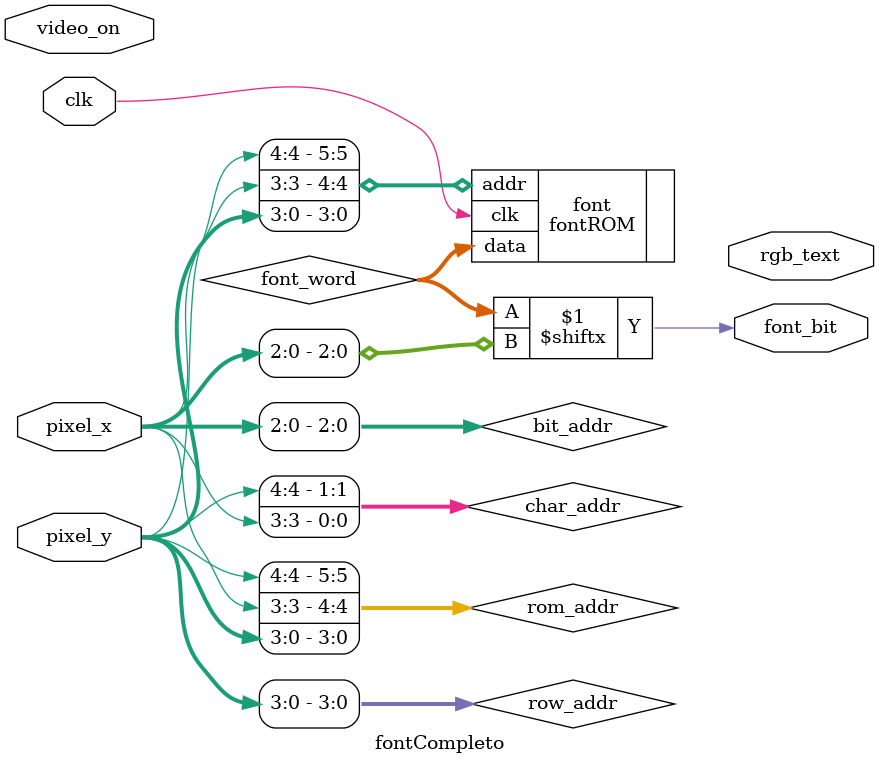
<source format=v>
`timescale 1ns / 1ps


module fontCompleto(
    input wire clk, // reloj para el font
    input wire video_on, // indica donde pintar
    input wire [9:0] pixel_x, pixel_y, // posicion coordenadas x, y
    output font_bit, // bit de salida que se va pintar
    output reg [2:0] rgb_text // colores del texto
);

// signal declaration
    wire [5:0] rom_addr;  // 6 bits, la direccion del font en la memoria
    wire [1:0] char_addr; // codigo del caracter
    wire [3:0] row_addr;  // numero de filas en un patron
    wire [2:0] bit_addr;  // numero de columnas en un patron
    wire [7:0] font_word; // bits del font
    wire text_bit_on; // font_bit pixel de salida

// instancia de fontROM
fontROM font
(.clk(clk), .addr(rom_addr), .data(font_word));

assign char_addr = {pixel_y [4],pixel_x [3]}; // forma el codigo del caracter 
assign row_addr = pixel_y [3:0]; // se utilizan los 3 bits menos significativos de y
                                 // para recorrer las filas
assign rom_addr = {char_addr , row_addr}; // se concatena char_addr y row_addr para ontener la direccion del font
                                          // en memoria
assign bit_addr = pixel_x [2:0]; // se utilizan los 3 bits menos significativos de x
                                 // para recorrer las columnas   
assign font_bit = font_word [bit_addr]; // Asigna el valor del bit que se haya recorrido
                                 // "on" region limited to top-left corner
assign text_bit_on = (pixel_x [9:4]==0 && pixel_y [9:5] ==0) ? 
                                 font_bit : 1'b0;    



                                 
endmodule

</source>
